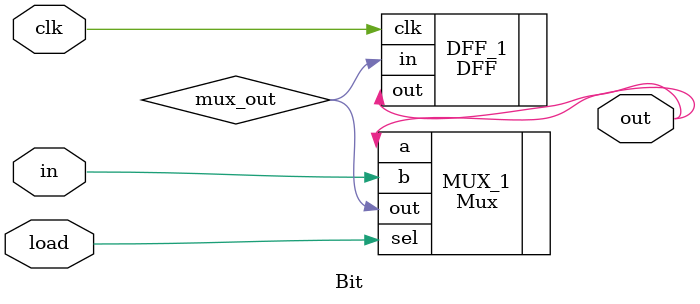
<source format=v>
/**
 * 1-bit register:
 * If load[t] == 1 then out[t+1] = in[t]
 *    else out does not change (out[t+1] = out[t])
 */

 
module Bit(
	input clk,
	input in,
	input load,
	output out
);

	wire mux_out;

	Mux MUX_1(.a(out), .b(in), .sel(load), .out(mux_out));
	DFF DFF_1(.clk(clk), .in(mux_out), .out(out));

endmodule

</source>
